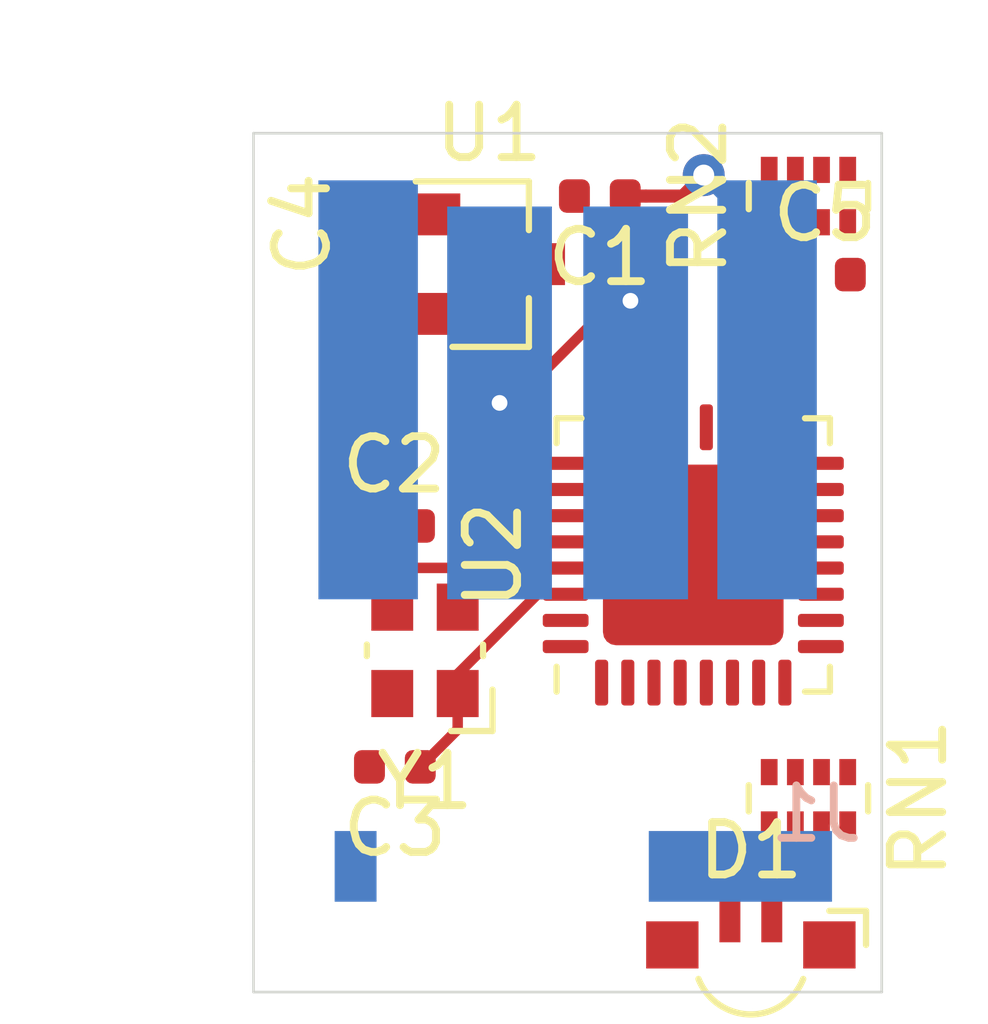
<source format=kicad_pcb>
(kicad_pcb (version 20171130) (host pcbnew "(5.1.2-1)-1")

  (general
    (thickness 1.6)
    (drawings 5)
    (tracks 34)
    (zones 0)
    (modules 13)
    (nets 46)
  )

  (page A4)
  (layers
    (0 F.Cu signal)
    (31 B.Cu signal)
    (32 B.Adhes user)
    (33 F.Adhes user)
    (34 B.Paste user)
    (35 F.Paste user)
    (36 B.SilkS user)
    (37 F.SilkS user)
    (38 B.Mask user)
    (39 F.Mask user)
    (40 Dwgs.User user)
    (41 Cmts.User user)
    (42 Eco1.User user)
    (43 Eco2.User user)
    (44 Edge.Cuts user)
    (45 Margin user)
    (46 B.CrtYd user)
    (47 F.CrtYd user)
    (48 B.Fab user)
    (49 F.Fab user)
  )

  (setup
    (last_trace_width 0.2)
    (user_trace_width 0.2)
    (user_trace_width 1.5)
    (trace_clearance 0.2)
    (zone_clearance 0.508)
    (zone_45_only no)
    (trace_min 0.15)
    (via_size 0.8)
    (via_drill 0.4)
    (via_min_size 0.4)
    (via_min_drill 0.3)
    (user_via 0.65 0.3)
    (uvia_size 0.3)
    (uvia_drill 0.1)
    (uvias_allowed no)
    (uvia_min_size 0.2)
    (uvia_min_drill 0.1)
    (edge_width 0.05)
    (segment_width 0.2)
    (pcb_text_width 0.3)
    (pcb_text_size 1.5 1.5)
    (mod_edge_width 0.12)
    (mod_text_size 1 1)
    (mod_text_width 0.15)
    (pad_size 1.524 1.524)
    (pad_drill 0.762)
    (pad_to_mask_clearance 0.051)
    (solder_mask_min_width 0.25)
    (aux_axis_origin 0 0)
    (visible_elements FFFFFF7F)
    (pcbplotparams
      (layerselection 0x010fc_ffffffff)
      (usegerberextensions false)
      (usegerberattributes false)
      (usegerberadvancedattributes false)
      (creategerberjobfile false)
      (excludeedgelayer true)
      (linewidth 0.100000)
      (plotframeref false)
      (viasonmask false)
      (mode 1)
      (useauxorigin false)
      (hpglpennumber 1)
      (hpglpenspeed 20)
      (hpglpendiameter 15.000000)
      (psnegative false)
      (psa4output false)
      (plotreference true)
      (plotvalue true)
      (plotinvisibletext false)
      (padsonsilk false)
      (subtractmaskfromsilk false)
      (outputformat 1)
      (mirror false)
      (drillshape 1)
      (scaleselection 1)
      (outputdirectory ""))
  )

  (net 0 "")
  (net 1 "Net-(AE1-Pad1)")
  (net 2 GND)
  (net 3 VBUS)
  (net 4 "Net-(C2-Pad1)")
  (net 5 "Net-(C3-Pad1)")
  (net 6 +3V3)
  (net 7 "Net-(C5-Pad2)")
  (net 8 "Net-(C5-Pad1)")
  (net 9 "Net-(D1-Pad3)")
  (net 10 "Net-(D1-Pad4)")
  (net 11 "Net-(D1-Pad2)")
  (net 12 /USBD-)
  (net 13 /USBD+)
  (net 14 "Net-(J1-Pad4)")
  (net 15 "Net-(RN1-Pad5)")
  (net 16 "Net-(RN1-Pad4)")
  (net 17 /LED_G)
  (net 18 /LED_B)
  (net 19 /LED_R)
  (net 20 "Net-(RN2-Pad5)")
  (net 21 "Net-(RN2-Pad6)")
  (net 22 "Net-(RN2-Pad8)")
  (net 23 "Net-(RN2-Pad7)")
  (net 24 "Net-(RN2-Pad4)")
  (net 25 "Net-(RN2-Pad2)")
  (net 26 "Net-(RN2-Pad3)")
  (net 27 "Net-(RN2-Pad1)")
  (net 28 "Net-(U2-Pad26)")
  (net 29 "Net-(U2-Pad25)")
  (net 30 "Net-(U2-Pad24)")
  (net 31 "Net-(U2-Pad23)")
  (net 32 "Net-(U2-Pad22)")
  (net 33 "Net-(U2-Pad21)")
  (net 34 "Net-(U2-Pad20)")
  (net 35 "Net-(U2-Pad19)")
  (net 36 "Net-(U2-Pad18)")
  (net 37 "Net-(U2-Pad16)")
  (net 38 /BLSEL)
  (net 39 "Net-(U2-Pad14)")
  (net 40 "Net-(U2-Pad13)")
  (net 41 "Net-(U2-Pad12)")
  (net 42 "Net-(U2-Pad10)")
  (net 43 /EN)
  (net 44 "Net-(U2-Pad5)")
  (net 45 "Net-(U2-Pad4)")

  (net_class Default "This is the default net class."
    (clearance 0.2)
    (trace_width 0.25)
    (via_dia 0.8)
    (via_drill 0.4)
    (uvia_dia 0.3)
    (uvia_drill 0.1)
    (add_net +3V3)
    (add_net /BLSEL)
    (add_net /EN)
    (add_net /LED_B)
    (add_net /LED_G)
    (add_net /LED_R)
    (add_net /USBD+)
    (add_net /USBD-)
    (add_net GND)
    (add_net "Net-(AE1-Pad1)")
    (add_net "Net-(C2-Pad1)")
    (add_net "Net-(C3-Pad1)")
    (add_net "Net-(C5-Pad1)")
    (add_net "Net-(C5-Pad2)")
    (add_net "Net-(D1-Pad2)")
    (add_net "Net-(D1-Pad3)")
    (add_net "Net-(D1-Pad4)")
    (add_net "Net-(J1-Pad4)")
    (add_net "Net-(RN1-Pad4)")
    (add_net "Net-(RN1-Pad5)")
    (add_net "Net-(RN2-Pad1)")
    (add_net "Net-(RN2-Pad2)")
    (add_net "Net-(RN2-Pad3)")
    (add_net "Net-(RN2-Pad4)")
    (add_net "Net-(RN2-Pad5)")
    (add_net "Net-(RN2-Pad6)")
    (add_net "Net-(RN2-Pad7)")
    (add_net "Net-(RN2-Pad8)")
    (add_net "Net-(U2-Pad10)")
    (add_net "Net-(U2-Pad12)")
    (add_net "Net-(U2-Pad13)")
    (add_net "Net-(U2-Pad14)")
    (add_net "Net-(U2-Pad16)")
    (add_net "Net-(U2-Pad18)")
    (add_net "Net-(U2-Pad19)")
    (add_net "Net-(U2-Pad20)")
    (add_net "Net-(U2-Pad21)")
    (add_net "Net-(U2-Pad22)")
    (add_net "Net-(U2-Pad23)")
    (add_net "Net-(U2-Pad24)")
    (add_net "Net-(U2-Pad25)")
    (add_net "Net-(U2-Pad26)")
    (add_net "Net-(U2-Pad4)")
    (add_net "Net-(U2-Pad5)")
    (add_net VBUS)
  )

  (module Package_TO_SOT_SMD:SOT-23 (layer F.Cu) (tedit 5A02FF57) (tstamp 5FEC897F)
    (at 146 39.5)
    (descr "SOT-23, Standard")
    (tags SOT-23)
    (path /5FF1FC8E)
    (attr smd)
    (fp_text reference U1 (at 0 -2.5) (layer F.SilkS)
      (effects (font (size 1 1) (thickness 0.15)))
    )
    (fp_text value AP7333-33SRG-7 (at 0 2.5) (layer F.Fab)
      (effects (font (size 1 1) (thickness 0.15)))
    )
    (fp_line (start 0.76 1.58) (end -0.7 1.58) (layer F.SilkS) (width 0.12))
    (fp_line (start 0.76 -1.58) (end -1.4 -1.58) (layer F.SilkS) (width 0.12))
    (fp_line (start -1.7 1.75) (end -1.7 -1.75) (layer F.CrtYd) (width 0.05))
    (fp_line (start 1.7 1.75) (end -1.7 1.75) (layer F.CrtYd) (width 0.05))
    (fp_line (start 1.7 -1.75) (end 1.7 1.75) (layer F.CrtYd) (width 0.05))
    (fp_line (start -1.7 -1.75) (end 1.7 -1.75) (layer F.CrtYd) (width 0.05))
    (fp_line (start 0.76 -1.58) (end 0.76 -0.65) (layer F.SilkS) (width 0.12))
    (fp_line (start 0.76 1.58) (end 0.76 0.65) (layer F.SilkS) (width 0.12))
    (fp_line (start -0.7 1.52) (end 0.7 1.52) (layer F.Fab) (width 0.1))
    (fp_line (start 0.7 -1.52) (end 0.7 1.52) (layer F.Fab) (width 0.1))
    (fp_line (start -0.7 -0.95) (end -0.15 -1.52) (layer F.Fab) (width 0.1))
    (fp_line (start -0.15 -1.52) (end 0.7 -1.52) (layer F.Fab) (width 0.1))
    (fp_line (start -0.7 -0.95) (end -0.7 1.5) (layer F.Fab) (width 0.1))
    (fp_text user %R (at 0 0 90) (layer F.Fab)
      (effects (font (size 0.5 0.5) (thickness 0.075)))
    )
    (pad 3 smd rect (at 1 0) (size 0.9 0.8) (layers F.Cu F.Paste F.Mask)
      (net 3 VBUS))
    (pad 2 smd rect (at -1 0.95) (size 0.9 0.8) (layers F.Cu F.Paste F.Mask)
      (net 6 +3V3))
    (pad 1 smd rect (at -1 -0.95) (size 0.9 0.8) (layers F.Cu F.Paste F.Mask)
      (net 2 GND))
    (model ${KISYS3DMOD}/Package_TO_SOT_SMD.3dshapes/SOT-23.wrl
      (at (xyz 0 0 0))
      (scale (xyz 1 1 1))
      (rotate (xyz 0 0 0))
    )
  )

  (module Crystal:Crystal_SMD_Abracon_ABM10-4Pin_2.5x2.0mm (layer F.Cu) (tedit 5A098890) (tstamp 5FEC7904)
    (at 144.775 46.875 180)
    (descr "Abracon Miniature Ceramic Smd Crystal ABM10 http://www.abracon.com/Resonators/ABM10.pdf")
    (tags "SMD SMT crystal Abracon ABM10")
    (path /5FED6E4B)
    (attr smd)
    (fp_text reference Y1 (at 0 -2.5) (layer F.SilkS)
      (effects (font (size 1 1) (thickness 0.15)))
    )
    (fp_text value Crystal_GND24_Small (at 0.04 2.5) (layer F.Fab)
      (effects (font (size 1 1) (thickness 0.15)))
    )
    (fp_line (start -1.53 -1.78) (end -1.53 1.78) (layer F.CrtYd) (width 0.05))
    (fp_line (start -0.5 -1.54) (end -1.29 -1.54) (layer F.SilkS) (width 0.12))
    (fp_line (start 1.11 -0.11) (end 1.11 0.11) (layer F.SilkS) (width 0.12))
    (fp_line (start -1 -0.75) (end -1 1.25) (layer F.Fab) (width 0.1))
    (fp_line (start 1 -1.25) (end 1 1.25) (layer F.Fab) (width 0.1))
    (fp_line (start -0.5 -1.25) (end 1 -1.25) (layer F.Fab) (width 0.1))
    (fp_line (start -1 1.25) (end 1 1.25) (layer F.Fab) (width 0.1))
    (fp_line (start -1.11 -0.11) (end -1.11 0.11) (layer F.SilkS) (width 0.12))
    (fp_line (start -0.5 -1.25) (end -1 -0.75) (layer F.Fab) (width 0.1))
    (fp_line (start -1.29 -0.75) (end -1.29 -1.54) (layer F.SilkS) (width 0.12))
    (fp_text user %R (at 0 0 90) (layer F.Fab)
      (effects (font (size 0.5 0.5) (thickness 0.075)))
    )
    (fp_line (start 1.53 -1.78) (end 1.53 1.78) (layer F.CrtYd) (width 0.05))
    (fp_line (start 1.53 -1.78) (end -1.53 -1.78) (layer F.CrtYd) (width 0.05))
    (fp_line (start -1.53 1.78) (end 1.53 1.78) (layer F.CrtYd) (width 0.05))
    (pad 4 smd rect (at 0.625 -0.825 180) (size 0.8 0.9) (layers F.Cu F.Paste F.Mask)
      (net 2 GND))
    (pad 2 smd rect (at -0.625 0.825 180) (size 0.8 0.9) (layers F.Cu F.Paste F.Mask)
      (net 2 GND))
    (pad 3 smd rect (at 0.625 0.825 180) (size 0.8 0.9) (layers F.Cu F.Paste F.Mask)
      (net 4 "Net-(C2-Pad1)"))
    (pad 1 smd rect (at -0.625 -0.825 180) (size 0.8 0.9) (layers F.Cu F.Paste F.Mask)
      (net 5 "Net-(C3-Pad1)"))
    (model ${KISYS3DMOD}/Crystal.3dshapes/Crystal_SMD_Abracon_ABM10-4Pin_2.5x2.0mm.wrl
      (at (xyz 0 0 0))
      (scale (xyz 1 1 1))
      (rotate (xyz 0 0 0))
    )
  )

  (module Package_DFN_QFN:QFN-32-1EP_5x5mm_P0.5mm_EP3.45x3.45mm (layer F.Cu) (tedit 5B4E85CE) (tstamp 5FEC8D71)
    (at 149.899651 45.053204 90)
    (descr "QFN, 32 Pin (http://www.analog.com/media/en/package-pcb-resources/package/pkg_pdf/ltc-legacy-qfn/QFN_32_05-08-1693.pdf), generated with kicad-footprint-generator ipc_dfn_qfn_generator.py")
    (tags "QFN DFN_QFN")
    (path /5FEC9B09)
    (attr smd)
    (fp_text reference U2 (at 0 -3.82 90) (layer F.SilkS)
      (effects (font (size 1 1) (thickness 0.15)))
    )
    (fp_text value ESP32-C3 (at 0 3.82 90) (layer F.Fab)
      (effects (font (size 1 1) (thickness 0.15)))
    )
    (fp_text user %R (at 0 0 90) (layer F.Fab)
      (effects (font (size 1 1) (thickness 0.15)))
    )
    (fp_line (start 3.12 -3.12) (end -3.12 -3.12) (layer F.CrtYd) (width 0.05))
    (fp_line (start 3.12 3.12) (end 3.12 -3.12) (layer F.CrtYd) (width 0.05))
    (fp_line (start -3.12 3.12) (end 3.12 3.12) (layer F.CrtYd) (width 0.05))
    (fp_line (start -3.12 -3.12) (end -3.12 3.12) (layer F.CrtYd) (width 0.05))
    (fp_line (start -2.5 -1.5) (end -1.5 -2.5) (layer F.Fab) (width 0.1))
    (fp_line (start -2.5 2.5) (end -2.5 -1.5) (layer F.Fab) (width 0.1))
    (fp_line (start 2.5 2.5) (end -2.5 2.5) (layer F.Fab) (width 0.1))
    (fp_line (start 2.5 -2.5) (end 2.5 2.5) (layer F.Fab) (width 0.1))
    (fp_line (start -1.5 -2.5) (end 2.5 -2.5) (layer F.Fab) (width 0.1))
    (fp_line (start -2.135 -2.61) (end -2.61 -2.61) (layer F.SilkS) (width 0.12))
    (fp_line (start 2.61 2.61) (end 2.61 2.135) (layer F.SilkS) (width 0.12))
    (fp_line (start 2.135 2.61) (end 2.61 2.61) (layer F.SilkS) (width 0.12))
    (fp_line (start -2.61 2.61) (end -2.61 2.135) (layer F.SilkS) (width 0.12))
    (fp_line (start -2.135 2.61) (end -2.61 2.61) (layer F.SilkS) (width 0.12))
    (fp_line (start 2.61 -2.61) (end 2.61 -2.135) (layer F.SilkS) (width 0.12))
    (fp_line (start 2.135 -2.61) (end 2.61 -2.61) (layer F.SilkS) (width 0.12))
    (pad 32 smd roundrect (at -1.75 -2.4375 90) (size 0.25 0.875) (layers F.Cu F.Paste F.Mask) (roundrect_rratio 0.25)
      (net 6 +3V3))
    (pad 31 smd roundrect (at -1.25 -2.4375 90) (size 0.25 0.875) (layers F.Cu F.Paste F.Mask) (roundrect_rratio 0.25)
      (net 6 +3V3))
    (pad 30 smd roundrect (at -0.75 -2.4375 90) (size 0.25 0.875) (layers F.Cu F.Paste F.Mask) (roundrect_rratio 0.25)
      (net 5 "Net-(C3-Pad1)"))
    (pad 29 smd roundrect (at -0.25 -2.4375 90) (size 0.25 0.875) (layers F.Cu F.Paste F.Mask) (roundrect_rratio 0.25)
      (net 4 "Net-(C2-Pad1)"))
    (pad 28 smd roundrect (at 0.25 -2.4375 90) (size 0.25 0.875) (layers F.Cu F.Paste F.Mask) (roundrect_rratio 0.25)
      (net 13 /USBD+))
    (pad 27 smd roundrect (at 0.75 -2.4375 90) (size 0.25 0.875) (layers F.Cu F.Paste F.Mask) (roundrect_rratio 0.25)
      (net 12 /USBD-))
    (pad 26 smd roundrect (at 1.25 -2.4375 90) (size 0.25 0.875) (layers F.Cu F.Paste F.Mask) (roundrect_rratio 0.25)
      (net 28 "Net-(U2-Pad26)"))
    (pad 25 smd roundrect (at 1.75 -2.4375 90) (size 0.25 0.875) (layers F.Cu F.Paste F.Mask) (roundrect_rratio 0.25)
      (net 29 "Net-(U2-Pad25)"))
    (pad 24 smd roundrect (at 2.4375 -1.75 90) (size 0.875 0.25) (layers F.Cu F.Paste F.Mask) (roundrect_rratio 0.25)
      (net 30 "Net-(U2-Pad24)"))
    (pad 23 smd roundrect (at 2.4375 -1.25 90) (size 0.875 0.25) (layers F.Cu F.Paste F.Mask) (roundrect_rratio 0.25)
      (net 31 "Net-(U2-Pad23)"))
    (pad 22 smd roundrect (at 2.4375 -0.75 90) (size 0.875 0.25) (layers F.Cu F.Paste F.Mask) (roundrect_rratio 0.25)
      (net 32 "Net-(U2-Pad22)"))
    (pad 21 smd roundrect (at 2.4375 -0.25 90) (size 0.875 0.25) (layers F.Cu F.Paste F.Mask) (roundrect_rratio 0.25)
      (net 33 "Net-(U2-Pad21)"))
    (pad 20 smd roundrect (at 2.4375 0.25 90) (size 0.875 0.25) (layers F.Cu F.Paste F.Mask) (roundrect_rratio 0.25)
      (net 34 "Net-(U2-Pad20)"))
    (pad 19 smd roundrect (at 2.4375 0.75 90) (size 0.875 0.25) (layers F.Cu F.Paste F.Mask) (roundrect_rratio 0.25)
      (net 35 "Net-(U2-Pad19)"))
    (pad 18 smd roundrect (at 2.4375 1.25 90) (size 0.875 0.25) (layers F.Cu F.Paste F.Mask) (roundrect_rratio 0.25)
      (net 36 "Net-(U2-Pad18)"))
    (pad 17 smd roundrect (at 2.4375 1.75 90) (size 0.875 0.25) (layers F.Cu F.Paste F.Mask) (roundrect_rratio 0.25)
      (net 6 +3V3))
    (pad 16 smd roundrect (at 1.75 2.4375 90) (size 0.25 0.875) (layers F.Cu F.Paste F.Mask) (roundrect_rratio 0.25)
      (net 37 "Net-(U2-Pad16)"))
    (pad 15 smd roundrect (at 1.25 2.4375 90) (size 0.25 0.875) (layers F.Cu F.Paste F.Mask) (roundrect_rratio 0.25)
      (net 38 /BLSEL))
    (pad 14 smd roundrect (at 0.75 2.4375 90) (size 0.25 0.875) (layers F.Cu F.Paste F.Mask) (roundrect_rratio 0.25)
      (net 39 "Net-(U2-Pad14)"))
    (pad 13 smd roundrect (at 0.25 2.4375 90) (size 0.25 0.875) (layers F.Cu F.Paste F.Mask) (roundrect_rratio 0.25)
      (net 40 "Net-(U2-Pad13)"))
    (pad 12 smd roundrect (at -0.25 2.4375 90) (size 0.25 0.875) (layers F.Cu F.Paste F.Mask) (roundrect_rratio 0.25)
      (net 41 "Net-(U2-Pad12)"))
    (pad 11 smd roundrect (at -0.75 2.4375 90) (size 0.25 0.875) (layers F.Cu F.Paste F.Mask) (roundrect_rratio 0.25)
      (net 6 +3V3))
    (pad 10 smd roundrect (at -1.25 2.4375 90) (size 0.25 0.875) (layers F.Cu F.Paste F.Mask) (roundrect_rratio 0.25)
      (net 42 "Net-(U2-Pad10)"))
    (pad 9 smd roundrect (at -1.75 2.4375 90) (size 0.25 0.875) (layers F.Cu F.Paste F.Mask) (roundrect_rratio 0.25)
      (net 18 /LED_B))
    (pad 8 smd roundrect (at -2.4375 1.75 90) (size 0.875 0.25) (layers F.Cu F.Paste F.Mask) (roundrect_rratio 0.25)
      (net 17 /LED_G))
    (pad 7 smd roundrect (at -2.4375 1.25 90) (size 0.875 0.25) (layers F.Cu F.Paste F.Mask) (roundrect_rratio 0.25)
      (net 43 /EN))
    (pad 6 smd roundrect (at -2.4375 0.75 90) (size 0.875 0.25) (layers F.Cu F.Paste F.Mask) (roundrect_rratio 0.25)
      (net 19 /LED_R))
    (pad 5 smd roundrect (at -2.4375 0.25 90) (size 0.875 0.25) (layers F.Cu F.Paste F.Mask) (roundrect_rratio 0.25)
      (net 44 "Net-(U2-Pad5)"))
    (pad 4 smd roundrect (at -2.4375 -0.25 90) (size 0.875 0.25) (layers F.Cu F.Paste F.Mask) (roundrect_rratio 0.25)
      (net 45 "Net-(U2-Pad4)"))
    (pad 3 smd roundrect (at -2.4375 -0.75 90) (size 0.875 0.25) (layers F.Cu F.Paste F.Mask) (roundrect_rratio 0.25)
      (net 6 +3V3))
    (pad 2 smd roundrect (at -2.4375 -1.25 90) (size 0.875 0.25) (layers F.Cu F.Paste F.Mask) (roundrect_rratio 0.25)
      (net 6 +3V3))
    (pad 1 smd roundrect (at -2.4375 -1.75 90) (size 0.875 0.25) (layers F.Cu F.Paste F.Mask) (roundrect_rratio 0.25)
      (net 1 "Net-(AE1-Pad1)"))
    (pad "" smd roundrect (at 1.15 1.15 90) (size 0.93 0.93) (layers F.Paste) (roundrect_rratio 0.25))
    (pad "" smd roundrect (at 1.15 0 90) (size 0.93 0.93) (layers F.Paste) (roundrect_rratio 0.25))
    (pad "" smd roundrect (at 1.15 -1.15 90) (size 0.93 0.93) (layers F.Paste) (roundrect_rratio 0.25))
    (pad "" smd roundrect (at 0 1.15 90) (size 0.93 0.93) (layers F.Paste) (roundrect_rratio 0.25))
    (pad "" smd roundrect (at 0 0 90) (size 0.93 0.93) (layers F.Paste) (roundrect_rratio 0.25))
    (pad "" smd roundrect (at 0 -1.15 90) (size 0.93 0.93) (layers F.Paste) (roundrect_rratio 0.25))
    (pad "" smd roundrect (at -1.15 1.15 90) (size 0.93 0.93) (layers F.Paste) (roundrect_rratio 0.25))
    (pad "" smd roundrect (at -1.15 0 90) (size 0.93 0.93) (layers F.Paste) (roundrect_rratio 0.25))
    (pad "" smd roundrect (at -1.15 -1.15 90) (size 0.93 0.93) (layers F.Paste) (roundrect_rratio 0.25))
    (pad 33 smd roundrect (at 0 0 90) (size 3.45 3.45) (layers F.Cu F.Mask) (roundrect_rratio 0.072464)
      (net 2 GND))
    (model ${KISYS3DMOD}/Package_DFN_QFN.3dshapes/QFN-32-1EP_5x5mm_P0.5mm_EP3.45x3.45mm.wrl
      (at (xyz 0 0 0))
      (scale (xyz 1 1 1))
      (rotate (xyz 0 0 0))
    )
  )

  (module Resistor_SMD:R_Array_Concave_4x0402 (layer F.Cu) (tedit 58E0A888) (tstamp 5FEC7899)
    (at 152.1 38.2 90)
    (descr "Thick Film Chip Resistor Array, Wave soldering, Vishay CRA04P (see cra04p.pdf)")
    (tags "resistor array")
    (path /5FED43D3)
    (attr smd)
    (fp_text reference RN2 (at 0 -2.1 90) (layer F.SilkS)
      (effects (font (size 1 1) (thickness 0.15)))
    )
    (fp_text value R_Pack04 (at 0 2.1 90) (layer F.Fab)
      (effects (font (size 1 1) (thickness 0.15)))
    )
    (fp_line (start 1 1.25) (end -1 1.25) (layer F.CrtYd) (width 0.05))
    (fp_line (start 1 1.25) (end 1 -1.25) (layer F.CrtYd) (width 0.05))
    (fp_line (start -1 -1.25) (end -1 1.25) (layer F.CrtYd) (width 0.05))
    (fp_line (start -1 -1.25) (end 1 -1.25) (layer F.CrtYd) (width 0.05))
    (fp_line (start 0.25 1.14) (end -0.25 1.14) (layer F.SilkS) (width 0.12))
    (fp_line (start 0.25 -1.14) (end -0.25 -1.14) (layer F.SilkS) (width 0.12))
    (fp_line (start -0.5 1) (end -0.5 -1) (layer F.Fab) (width 0.1))
    (fp_line (start 0.5 1) (end -0.5 1) (layer F.Fab) (width 0.1))
    (fp_line (start 0.5 -1) (end 0.5 1) (layer F.Fab) (width 0.1))
    (fp_line (start -0.5 -1) (end 0.5 -1) (layer F.Fab) (width 0.1))
    (fp_text user %R (at -0.06 -0.02) (layer F.Fab)
      (effects (font (size 0.5 0.5) (thickness 0.075)))
    )
    (pad 5 smd rect (at 0.5 0.75 90) (size 0.5 0.32) (layers F.Cu F.Paste F.Mask)
      (net 20 "Net-(RN2-Pad5)"))
    (pad 6 smd rect (at 0.5 0.25 90) (size 0.5 0.32) (layers F.Cu F.Paste F.Mask)
      (net 21 "Net-(RN2-Pad6)"))
    (pad 8 smd rect (at 0.5 -0.75 90) (size 0.5 0.32) (layers F.Cu F.Paste F.Mask)
      (net 22 "Net-(RN2-Pad8)"))
    (pad 7 smd rect (at 0.5 -0.25 90) (size 0.5 0.32) (layers F.Cu F.Paste F.Mask)
      (net 23 "Net-(RN2-Pad7)"))
    (pad 4 smd rect (at -0.5 0.75 90) (size 0.5 0.32) (layers F.Cu F.Paste F.Mask)
      (net 24 "Net-(RN2-Pad4)"))
    (pad 2 smd rect (at -0.5 -0.25 90) (size 0.5 0.32) (layers F.Cu F.Paste F.Mask)
      (net 25 "Net-(RN2-Pad2)"))
    (pad 3 smd rect (at -0.5 0.25 90) (size 0.5 0.32) (layers F.Cu F.Paste F.Mask)
      (net 26 "Net-(RN2-Pad3)"))
    (pad 1 smd rect (at -0.5 -0.75 90) (size 0.5 0.32) (layers F.Cu F.Paste F.Mask)
      (net 27 "Net-(RN2-Pad1)"))
    (model ${KISYS3DMOD}/Resistor_SMD.3dshapes/R_Array_Concave_4x0402.wrl
      (at (xyz 0 0 0))
      (scale (xyz 1 1 1))
      (rotate (xyz 0 0 0))
    )
  )

  (module Resistor_SMD:R_Array_Concave_4x0402 (layer F.Cu) (tedit 58E0A888) (tstamp 5FEC7882)
    (at 152.1 49.7 270)
    (descr "Thick Film Chip Resistor Array, Wave soldering, Vishay CRA04P (see cra04p.pdf)")
    (tags "resistor array")
    (path /5FEF30E4)
    (attr smd)
    (fp_text reference RN1 (at 0 -2.1 90) (layer F.SilkS)
      (effects (font (size 1 1) (thickness 0.15)))
    )
    (fp_text value R_Pack04 (at 0 2.1 90) (layer F.Fab)
      (effects (font (size 1 1) (thickness 0.15)))
    )
    (fp_line (start 1 1.25) (end -1 1.25) (layer F.CrtYd) (width 0.05))
    (fp_line (start 1 1.25) (end 1 -1.25) (layer F.CrtYd) (width 0.05))
    (fp_line (start -1 -1.25) (end -1 1.25) (layer F.CrtYd) (width 0.05))
    (fp_line (start -1 -1.25) (end 1 -1.25) (layer F.CrtYd) (width 0.05))
    (fp_line (start 0.25 1.14) (end -0.25 1.14) (layer F.SilkS) (width 0.12))
    (fp_line (start 0.25 -1.14) (end -0.25 -1.14) (layer F.SilkS) (width 0.12))
    (fp_line (start -0.5 1) (end -0.5 -1) (layer F.Fab) (width 0.1))
    (fp_line (start 0.5 1) (end -0.5 1) (layer F.Fab) (width 0.1))
    (fp_line (start 0.5 -1) (end 0.5 1) (layer F.Fab) (width 0.1))
    (fp_line (start -0.5 -1) (end 0.5 -1) (layer F.Fab) (width 0.1))
    (fp_text user %R (at 0 0) (layer F.Fab)
      (effects (font (size 0.5 0.5) (thickness 0.075)))
    )
    (pad 5 smd rect (at 0.5 0.75 270) (size 0.5 0.32) (layers F.Cu F.Paste F.Mask)
      (net 15 "Net-(RN1-Pad5)"))
    (pad 6 smd rect (at 0.5 0.25 270) (size 0.5 0.32) (layers F.Cu F.Paste F.Mask)
      (net 10 "Net-(D1-Pad4)"))
    (pad 8 smd rect (at 0.5 -0.75 270) (size 0.5 0.32) (layers F.Cu F.Paste F.Mask)
      (net 11 "Net-(D1-Pad2)"))
    (pad 7 smd rect (at 0.5 -0.25 270) (size 0.5 0.32) (layers F.Cu F.Paste F.Mask)
      (net 9 "Net-(D1-Pad3)"))
    (pad 4 smd rect (at -0.5 0.75 270) (size 0.5 0.32) (layers F.Cu F.Paste F.Mask)
      (net 16 "Net-(RN1-Pad4)"))
    (pad 2 smd rect (at -0.5 -0.25 270) (size 0.5 0.32) (layers F.Cu F.Paste F.Mask)
      (net 17 /LED_G))
    (pad 3 smd rect (at -0.5 0.25 270) (size 0.5 0.32) (layers F.Cu F.Paste F.Mask)
      (net 18 /LED_B))
    (pad 1 smd rect (at -0.5 -0.75 270) (size 0.5 0.32) (layers F.Cu F.Paste F.Mask)
      (net 19 /LED_R))
    (model ${KISYS3DMOD}/Resistor_SMD.3dshapes/R_Array_Concave_4x0402.wrl
      (at (xyz 0 0 0))
      (scale (xyz 1 1 1))
      (rotate (xyz 0 0 0))
    )
  )

  (module footprint:CONN-USB-A-PCB-TRACES (layer B.Cu) (tedit 585ED739) (tstamp 5FEC786B)
    (at 147.5 37)
    (path /5FED1641)
    (attr virtual)
    (fp_text reference J1 (at 0.13 7.85) (layer B.SilkS) hide
      (effects (font (size 1.5 1.5) (thickness 0.15)) (justify mirror))
    )
    (fp_text value USB_A (at 0.29 10.13) (layer B.Fab) hide
      (effects (font (size 1.016 1.016) (thickness 0.2032)) (justify mirror))
    )
    (fp_line (start 6 12) (end 6 0) (layer B.Fab) (width 0.04064))
    (fp_line (start 6 0) (end -6 0) (layer B.Fab) (width 0.04064))
    (fp_line (start -6 0) (end -6 12) (layer B.Fab) (width 0.04064))
    (fp_line (start -6 12) (end -5 12) (layer B.Fab) (width 0.04064))
    (fp_line (start -4.5 12) (end -4 12) (layer B.Fab) (width 0.04064))
    (fp_line (start -3.5 12) (end -3 12) (layer B.Fab) (width 0.04064))
    (fp_line (start -2.5 12) (end -2 12) (layer B.Fab) (width 0.04064))
    (fp_line (start -1.5 12) (end -1 12) (layer B.Fab) (width 0.04064))
    (fp_line (start -0.5 12) (end 0 12) (layer B.Fab) (width 0.04064))
    (fp_line (start 0.5 12) (end 1 12) (layer B.Fab) (width 0.04064))
    (fp_line (start 1.5 12) (end 2 12) (layer B.Fab) (width 0.04064))
    (fp_line (start 2.5 12) (end 3 12) (layer B.Fab) (width 0.04064))
    (fp_line (start 3.5 12) (end 4 12) (layer B.Fab) (width 0.04064))
    (fp_line (start 4.5 12) (end 5 12) (layer B.Fab) (width 0.04064))
    (fp_line (start 5.5 12) (end 6 12) (layer B.Fab) (width 0.04064))
    (fp_text user %R (at 0 6.25) (layer B.Fab)
      (effects (font (size 1 1) (thickness 0.15)) (justify mirror))
    )
    (fp_text user %R (at 4.75 13) (layer B.SilkS)
      (effects (font (size 1 1) (thickness 0.15)) (justify mirror))
    )
    (pad 2 connect rect (at 1.3 5.15) (size 2 7.5) (layers B.Cu B.Mask)
      (net 12 /USBD-))
    (pad 3 connect rect (at -1.3 5.15) (size 2 7.5) (layers B.Cu B.Mask)
      (net 13 /USBD+))
    (pad 4 connect rect (at -3.81 4.9) (size 1.9 8) (layers B.Cu B.Mask)
      (net 14 "Net-(J1-Pad4)"))
    (pad 1 connect rect (at 3.81 4.9) (size 1.9 8) (layers B.Cu B.Mask)
      (net 3 VBUS))
  )

  (module LED_SMD:LED_Kingbright_APFA3010_3x1.5mm_Horizontal (layer F.Cu) (tedit 5BE52AB7) (tstamp 5FEC7852)
    (at 151 52.5 180)
    (descr "LED RGB, APFA3010, http://www.kingbrightusa.com/images/catalog/SPEC/APFA3010LSEEZGKQBKC.pdf")
    (tags "LED RGB APFA3010 KINGBRIGHT 3x1.5mm")
    (path /5FED5B1D)
    (attr smd)
    (fp_text reference D1 (at 0 1.8 180) (layer F.SilkS)
      (effects (font (size 1 1) (thickness 0.15)))
    )
    (fp_text value LED_ARGB (at 0 3 180) (layer F.Fab)
      (effects (font (size 0.5 0.5) (thickness 0.075)))
    )
    (fp_line (start -1.5 0.25) (end 1.5 0.25) (layer F.Fab) (width 0.1))
    (fp_line (start 1.5 0.25) (end 1.5 -0.25) (layer F.Fab) (width 0.1))
    (fp_line (start 1.5 -0.25) (end -1.5 -0.25) (layer F.Fab) (width 0.1))
    (fp_line (start -1.5 -0.25) (end -1.5 0.25) (layer F.Fab) (width 0.1))
    (fp_arc (start 0 -0.25) (end -1 -0.25) (angle 180) (layer F.Fab) (width 0.1))
    (fp_arc (start 0 -0.25) (end -1 -0.65) (angle 136.397181) (layer F.SilkS) (width 0.12))
    (fp_line (start -2.2 0) (end -2.2 0.65) (layer F.SilkS) (width 0.12))
    (fp_line (start -2.2 0.65) (end -1.5 0.65) (layer F.SilkS) (width 0.12))
    (fp_line (start -0.75 -0.25) (end -1.25 0.25) (layer F.Fab) (width 0.1))
    (fp_text user %R (at 0 0 180) (layer F.Fab)
      (effects (font (size 0.3 0.3) (thickness 0.045)))
    )
    (fp_line (start -2.25 0.7) (end -0.85 0.7) (layer F.CrtYd) (width 0.05))
    (fp_line (start -0.85 0.7) (end -0.85 1.1) (layer F.CrtYd) (width 0.05))
    (fp_line (start -0.85 1.1) (end 0.85 1.1) (layer F.CrtYd) (width 0.05))
    (fp_line (start 0.85 1.1) (end 0.85 0.7) (layer F.CrtYd) (width 0.05))
    (fp_line (start 0.85 0.7) (end 2.25 0.7) (layer F.CrtYd) (width 0.05))
    (fp_line (start 2.25 0.7) (end 2.25 -0.7) (layer F.CrtYd) (width 0.05))
    (fp_line (start 2.25 -0.7) (end 1.17 -0.7) (layer F.CrtYd) (width 0.05))
    (fp_line (start -2.25 0.7) (end -2.25 -0.7) (layer F.CrtYd) (width 0.05))
    (fp_line (start -2.25 -0.7) (end -1.17 -0.7) (layer F.CrtYd) (width 0.05))
    (fp_arc (start 0 -0.25) (end -1.17 -0.7) (angle 137.9249779) (layer F.CrtYd) (width 0.05))
    (pad 3 smd rect (at 0.4 0.45 180) (size 0.4 0.8) (layers F.Cu F.Paste F.Mask)
      (net 9 "Net-(D1-Pad3)"))
    (pad 4 smd rect (at -0.4 0.45 180) (size 0.4 0.8) (layers F.Cu F.Paste F.Mask)
      (net 10 "Net-(D1-Pad4)"))
    (pad 2 smd rect (at 1.5 0 180) (size 1 0.9) (layers F.Cu F.Paste F.Mask)
      (net 11 "Net-(D1-Pad2)"))
    (pad 1 smd rect (at -1.5 0 180) (size 1 0.9) (layers F.Cu F.Paste F.Mask)
      (net 6 +3V3))
    (model ${KISYS3DMOD}/LED_SMD.3dshapes/LED_Kingbright_APFA3010_3x1.5mm_Horizontal.wrl
      (at (xyz 0 0 0))
      (scale (xyz 1 1 1))
      (rotate (xyz 0 0 0))
    )
  )

  (module Capacitor_SMD:C_0402_1005Metric (layer F.Cu) (tedit 5B301BBE) (tstamp 5FEC7836)
    (at 152.415 39.7)
    (descr "Capacitor SMD 0402 (1005 Metric), square (rectangular) end terminal, IPC_7351 nominal, (Body size source: http://www.tortai-tech.com/upload/download/2011102023233369053.pdf), generated with kicad-footprint-generator")
    (tags capacitor)
    (path /5FED54C2)
    (attr smd)
    (fp_text reference C5 (at 0 -1.17) (layer F.SilkS)
      (effects (font (size 1 1) (thickness 0.15)))
    )
    (fp_text value C_Small (at 0 1.17) (layer F.Fab)
      (effects (font (size 1 1) (thickness 0.15)))
    )
    (fp_text user %R (at 0 0) (layer F.Fab)
      (effects (font (size 0.25 0.25) (thickness 0.04)))
    )
    (fp_line (start 0.93 0.47) (end -0.93 0.47) (layer F.CrtYd) (width 0.05))
    (fp_line (start 0.93 -0.47) (end 0.93 0.47) (layer F.CrtYd) (width 0.05))
    (fp_line (start -0.93 -0.47) (end 0.93 -0.47) (layer F.CrtYd) (width 0.05))
    (fp_line (start -0.93 0.47) (end -0.93 -0.47) (layer F.CrtYd) (width 0.05))
    (fp_line (start 0.5 0.25) (end -0.5 0.25) (layer F.Fab) (width 0.1))
    (fp_line (start 0.5 -0.25) (end 0.5 0.25) (layer F.Fab) (width 0.1))
    (fp_line (start -0.5 -0.25) (end 0.5 -0.25) (layer F.Fab) (width 0.1))
    (fp_line (start -0.5 0.25) (end -0.5 -0.25) (layer F.Fab) (width 0.1))
    (pad 2 smd roundrect (at 0.485 0) (size 0.59 0.64) (layers F.Cu F.Paste F.Mask) (roundrect_rratio 0.25)
      (net 7 "Net-(C5-Pad2)"))
    (pad 1 smd roundrect (at -0.485 0) (size 0.59 0.64) (layers F.Cu F.Paste F.Mask) (roundrect_rratio 0.25)
      (net 8 "Net-(C5-Pad1)"))
    (model ${KISYS3DMOD}/Capacitor_SMD.3dshapes/C_0402_1005Metric.wrl
      (at (xyz 0 0 0))
      (scale (xyz 1 1 1))
      (rotate (xyz 0 0 0))
    )
  )

  (module Capacitor_SMD:C_0402_1005Metric (layer F.Cu) (tedit 5B301BBE) (tstamp 5FEC7827)
    (at 143.6 38.742947 90)
    (descr "Capacitor SMD 0402 (1005 Metric), square (rectangular) end terminal, IPC_7351 nominal, (Body size source: http://www.tortai-tech.com/upload/download/2011102023233369053.pdf), generated with kicad-footprint-generator")
    (tags capacitor)
    (path /5FEE688D)
    (attr smd)
    (fp_text reference C4 (at 0 -1.17 90) (layer F.SilkS)
      (effects (font (size 1 1) (thickness 0.15)))
    )
    (fp_text value C_Small (at 0 1.17 90) (layer F.Fab)
      (effects (font (size 1 1) (thickness 0.15)))
    )
    (fp_text user %R (at 0 0 90) (layer F.Fab)
      (effects (font (size 0.25 0.25) (thickness 0.04)))
    )
    (fp_line (start 0.93 0.47) (end -0.93 0.47) (layer F.CrtYd) (width 0.05))
    (fp_line (start 0.93 -0.47) (end 0.93 0.47) (layer F.CrtYd) (width 0.05))
    (fp_line (start -0.93 -0.47) (end 0.93 -0.47) (layer F.CrtYd) (width 0.05))
    (fp_line (start -0.93 0.47) (end -0.93 -0.47) (layer F.CrtYd) (width 0.05))
    (fp_line (start 0.5 0.25) (end -0.5 0.25) (layer F.Fab) (width 0.1))
    (fp_line (start 0.5 -0.25) (end 0.5 0.25) (layer F.Fab) (width 0.1))
    (fp_line (start -0.5 -0.25) (end 0.5 -0.25) (layer F.Fab) (width 0.1))
    (fp_line (start -0.5 0.25) (end -0.5 -0.25) (layer F.Fab) (width 0.1))
    (pad 2 smd roundrect (at 0.485 0 90) (size 0.59 0.64) (layers F.Cu F.Paste F.Mask) (roundrect_rratio 0.25)
      (net 2 GND))
    (pad 1 smd roundrect (at -0.485 0 90) (size 0.59 0.64) (layers F.Cu F.Paste F.Mask) (roundrect_rratio 0.25)
      (net 6 +3V3))
    (model ${KISYS3DMOD}/Capacitor_SMD.3dshapes/C_0402_1005Metric.wrl
      (at (xyz 0 0 0))
      (scale (xyz 1 1 1))
      (rotate (xyz 0 0 0))
    )
  )

  (module Capacitor_SMD:C_0402_1005Metric (layer F.Cu) (tedit 5B301BBE) (tstamp 5FEC7818)
    (at 144.2 49.1 180)
    (descr "Capacitor SMD 0402 (1005 Metric), square (rectangular) end terminal, IPC_7351 nominal, (Body size source: http://www.tortai-tech.com/upload/download/2011102023233369053.pdf), generated with kicad-footprint-generator")
    (tags capacitor)
    (path /5FEDA25E)
    (attr smd)
    (fp_text reference C3 (at 0 -1.17) (layer F.SilkS)
      (effects (font (size 1 1) (thickness 0.15)))
    )
    (fp_text value C_Small (at 0 1.17) (layer F.Fab)
      (effects (font (size 1 1) (thickness 0.15)))
    )
    (fp_text user %R (at 0 0) (layer F.Fab)
      (effects (font (size 0.25 0.25) (thickness 0.04)))
    )
    (fp_line (start 0.93 0.47) (end -0.93 0.47) (layer F.CrtYd) (width 0.05))
    (fp_line (start 0.93 -0.47) (end 0.93 0.47) (layer F.CrtYd) (width 0.05))
    (fp_line (start -0.93 -0.47) (end 0.93 -0.47) (layer F.CrtYd) (width 0.05))
    (fp_line (start -0.93 0.47) (end -0.93 -0.47) (layer F.CrtYd) (width 0.05))
    (fp_line (start 0.5 0.25) (end -0.5 0.25) (layer F.Fab) (width 0.1))
    (fp_line (start 0.5 -0.25) (end 0.5 0.25) (layer F.Fab) (width 0.1))
    (fp_line (start -0.5 -0.25) (end 0.5 -0.25) (layer F.Fab) (width 0.1))
    (fp_line (start -0.5 0.25) (end -0.5 -0.25) (layer F.Fab) (width 0.1))
    (pad 2 smd roundrect (at 0.485 0 180) (size 0.59 0.64) (layers F.Cu F.Paste F.Mask) (roundrect_rratio 0.25)
      (net 2 GND))
    (pad 1 smd roundrect (at -0.485 0 180) (size 0.59 0.64) (layers F.Cu F.Paste F.Mask) (roundrect_rratio 0.25)
      (net 5 "Net-(C3-Pad1)"))
    (model ${KISYS3DMOD}/Capacitor_SMD.3dshapes/C_0402_1005Metric.wrl
      (at (xyz 0 0 0))
      (scale (xyz 1 1 1))
      (rotate (xyz 0 0 0))
    )
  )

  (module Capacitor_SMD:C_0402_1005Metric (layer F.Cu) (tedit 5B301BBE) (tstamp 5FEC7809)
    (at 144.185 44.5)
    (descr "Capacitor SMD 0402 (1005 Metric), square (rectangular) end terminal, IPC_7351 nominal, (Body size source: http://www.tortai-tech.com/upload/download/2011102023233369053.pdf), generated with kicad-footprint-generator")
    (tags capacitor)
    (path /5FED960B)
    (attr smd)
    (fp_text reference C2 (at 0 -1.17) (layer F.SilkS)
      (effects (font (size 1 1) (thickness 0.15)))
    )
    (fp_text value C_Small (at 0 1.17) (layer F.Fab)
      (effects (font (size 1 1) (thickness 0.15)))
    )
    (fp_text user %R (at 0 0) (layer F.Fab)
      (effects (font (size 0.25 0.25) (thickness 0.04)))
    )
    (fp_line (start 0.93 0.47) (end -0.93 0.47) (layer F.CrtYd) (width 0.05))
    (fp_line (start 0.93 -0.47) (end 0.93 0.47) (layer F.CrtYd) (width 0.05))
    (fp_line (start -0.93 -0.47) (end 0.93 -0.47) (layer F.CrtYd) (width 0.05))
    (fp_line (start -0.93 0.47) (end -0.93 -0.47) (layer F.CrtYd) (width 0.05))
    (fp_line (start 0.5 0.25) (end -0.5 0.25) (layer F.Fab) (width 0.1))
    (fp_line (start 0.5 -0.25) (end 0.5 0.25) (layer F.Fab) (width 0.1))
    (fp_line (start -0.5 -0.25) (end 0.5 -0.25) (layer F.Fab) (width 0.1))
    (fp_line (start -0.5 0.25) (end -0.5 -0.25) (layer F.Fab) (width 0.1))
    (pad 2 smd roundrect (at 0.485 0) (size 0.59 0.64) (layers F.Cu F.Paste F.Mask) (roundrect_rratio 0.25)
      (net 2 GND))
    (pad 1 smd roundrect (at -0.485 0) (size 0.59 0.64) (layers F.Cu F.Paste F.Mask) (roundrect_rratio 0.25)
      (net 4 "Net-(C2-Pad1)"))
    (model ${KISYS3DMOD}/Capacitor_SMD.3dshapes/C_0402_1005Metric.wrl
      (at (xyz 0 0 0))
      (scale (xyz 1 1 1))
      (rotate (xyz 0 0 0))
    )
  )

  (module Capacitor_SMD:C_0402_1005Metric (layer F.Cu) (tedit 5B301BBE) (tstamp 5FEC77FA)
    (at 148.115 38.2 180)
    (descr "Capacitor SMD 0402 (1005 Metric), square (rectangular) end terminal, IPC_7351 nominal, (Body size source: http://www.tortai-tech.com/upload/download/2011102023233369053.pdf), generated with kicad-footprint-generator")
    (tags capacitor)
    (path /5FEE7036)
    (attr smd)
    (fp_text reference C1 (at 0 -1.17) (layer F.SilkS)
      (effects (font (size 1 1) (thickness 0.15)))
    )
    (fp_text value C_Small (at 0 1.17) (layer F.Fab)
      (effects (font (size 1 1) (thickness 0.15)))
    )
    (fp_text user %R (at 0 0) (layer F.Fab)
      (effects (font (size 0.25 0.25) (thickness 0.04)))
    )
    (fp_line (start 0.93 0.47) (end -0.93 0.47) (layer F.CrtYd) (width 0.05))
    (fp_line (start 0.93 -0.47) (end 0.93 0.47) (layer F.CrtYd) (width 0.05))
    (fp_line (start -0.93 -0.47) (end 0.93 -0.47) (layer F.CrtYd) (width 0.05))
    (fp_line (start -0.93 0.47) (end -0.93 -0.47) (layer F.CrtYd) (width 0.05))
    (fp_line (start 0.5 0.25) (end -0.5 0.25) (layer F.Fab) (width 0.1))
    (fp_line (start 0.5 -0.25) (end 0.5 0.25) (layer F.Fab) (width 0.1))
    (fp_line (start -0.5 -0.25) (end 0.5 -0.25) (layer F.Fab) (width 0.1))
    (fp_line (start -0.5 0.25) (end -0.5 -0.25) (layer F.Fab) (width 0.1))
    (pad 2 smd roundrect (at 0.485 0 180) (size 0.59 0.64) (layers F.Cu F.Paste F.Mask) (roundrect_rratio 0.25)
      (net 2 GND))
    (pad 1 smd roundrect (at -0.485 0 180) (size 0.59 0.64) (layers F.Cu F.Paste F.Mask) (roundrect_rratio 0.25)
      (net 3 VBUS))
    (model ${KISYS3DMOD}/Capacitor_SMD.3dshapes/C_0402_1005Metric.wrl
      (at (xyz 0 0 0))
      (scale (xyz 1 1 1))
      (rotate (xyz 0 0 0))
    )
  )

  (module footprint:ACAG0801-2450Trecudedkeepout (layer B.Cu) (tedit 5FDB4C76) (tstamp 5FEC77EB)
    (at 143.6 50.3)
    (path /5FED282C)
    (fp_text reference AE1 (at 8.15 -2.875) (layer B.SilkS) hide
      (effects (font (size 1 1) (thickness 0.15)) (justify mirror))
    )
    (fp_text value Antenna (at -0.675 6.25) (layer B.Fab) hide
      (effects (font (size 1 1) (thickness 0.15)) (justify mirror))
    )
    (fp_poly (pts (xy -0.7 -0.6) (xy 9.3 -0.6) (xy 9.3 2.85) (xy -0.7 2.85)) (layer B.Mask) (width 0.15))
    (fp_poly (pts (xy -0.7 -0.55) (xy 9.3 -0.55) (xy 9.3 2.8) (xy -0.7 2.8)) (layer Margin) (width 0.15))
    (pad 2 smd rect (at -0.15 0.7) (size 0.8 1.35) (layers B.Cu B.Paste B.Mask))
    (pad 1 smd rect (at 7.2 0.7) (size 3.5 1.35) (layers B.Cu B.Paste B.Mask)
      (net 1 "Net-(AE1-Pad1)"))
  )

  (gr_line (start 141.5 49) (end 141.5 37) (layer Edge.Cuts) (width 0.05) (tstamp 5FEC910A))
  (gr_line (start 141.5 53.4) (end 141.5 49) (layer Edge.Cuts) (width 0.05))
  (gr_line (start 153.5 53.4) (end 141.5 53.4) (layer Edge.Cuts) (width 0.05))
  (gr_line (start 153.5 37) (end 153.5 53.4) (layer Edge.Cuts) (width 0.05))
  (gr_line (start 141.5 37) (end 153.5 37) (layer Edge.Cuts) (width 0.05))

  (segment (start 148.6 38.2) (end 148.995 38.2) (width 0.25) (layer F.Cu) (net 3))
  (via (at 150.1 37.8) (size 0.8) (drill 0.4) (layers F.Cu B.Cu) (net 3))
  (segment (start 149.7 38.2) (end 150.1 37.8) (width 0.25) (layer F.Cu) (net 3))
  (segment (start 148.995 38.2) (end 149.7 38.2) (width 0.25) (layer F.Cu) (net 3))
  (segment (start 151.31 39.01) (end 151.31 41.9) (width 0.25) (layer B.Cu) (net 3))
  (segment (start 150.1 37.8) (end 151.31 39.01) (width 0.25) (layer B.Cu) (net 3))
  (segment (start 146.924651 45.303204) (end 147.462151 45.303204) (width 0.2) (layer F.Cu) (net 4))
  (segment (start 146.921446 45.299999) (end 146.924651 45.303204) (width 0.2) (layer F.Cu) (net 4))
  (segment (start 144.079999 45.299999) (end 146.921446 45.299999) (width 0.2) (layer F.Cu) (net 4))
  (segment (start 143.7 44.92) (end 144.079999 45.299999) (width 0.2) (layer F.Cu) (net 4))
  (segment (start 143.7 44.5) (end 143.7 44.92) (width 0.2) (layer F.Cu) (net 4))
  (segment (start 144.15 45.37) (end 144.15 46.05) (width 0.2) (layer F.Cu) (net 4))
  (segment (start 144.079999 45.299999) (end 144.15 45.37) (width 0.2) (layer F.Cu) (net 4))
  (segment (start 145.4 48.385) (end 145.4 47.7) (width 0.2) (layer F.Cu) (net 5))
  (segment (start 144.685 49.1) (end 145.4 48.385) (width 0.2) (layer F.Cu) (net 5))
  (segment (start 146.924651 45.803204) (end 147.462151 45.803204) (width 0.2) (layer F.Cu) (net 5))
  (segment (start 145.4 47.327855) (end 146.924651 45.803204) (width 0.2) (layer F.Cu) (net 5))
  (segment (start 145.4 47.7) (end 145.4 47.327855) (width 0.2) (layer F.Cu) (net 5))
  (via (at 148.7 40.2) (size 0.65) (drill 0.3) (layers F.Cu B.Cu) (net 12))
  (segment (start 148.7 42.05) (end 148.7 40.659619) (width 0.2) (layer B.Cu) (net 12))
  (segment (start 148.8 42.15) (end 148.7 42.05) (width 0.2) (layer B.Cu) (net 12))
  (segment (start 148.7 40.659619) (end 148.7 40.2) (width 0.2) (layer B.Cu) (net 12))
  (segment (start 148.4 40.2) (end 148.7 40.2) (width 0.2) (layer F.Cu) (net 12))
  (segment (start 146.5 42.859619) (end 146.9 42.459619) (width 0.2) (layer F.Cu) (net 12))
  (segment (start 146.9 42.459619) (end 146.9 41.7) (width 0.2) (layer F.Cu) (net 12))
  (segment (start 146.9 41.7) (end 148.4 40.2) (width 0.2) (layer F.Cu) (net 12))
  (segment (start 146.5 43.791221) (end 146.5 42.859619) (width 0.2) (layer F.Cu) (net 12))
  (segment (start 147.011983 44.303204) (end 146.5 43.791221) (width 0.2) (layer F.Cu) (net 12))
  (segment (start 147.462151 44.303204) (end 147.011983 44.303204) (width 0.2) (layer F.Cu) (net 12))
  (segment (start 146.924651 44.803204) (end 145.7 43.578553) (width 0.2) (layer F.Cu) (net 13))
  (segment (start 147.462151 44.803204) (end 146.924651 44.803204) (width 0.2) (layer F.Cu) (net 13))
  (via (at 146.2 42.15) (size 0.65) (drill 0.3) (layers F.Cu B.Cu) (net 13))
  (segment (start 145.7 42.65) (end 146.2 42.15) (width 0.2) (layer F.Cu) (net 13))
  (segment (start 145.7 43.578553) (end 145.7 42.65) (width 0.2) (layer F.Cu) (net 13))

)

</source>
